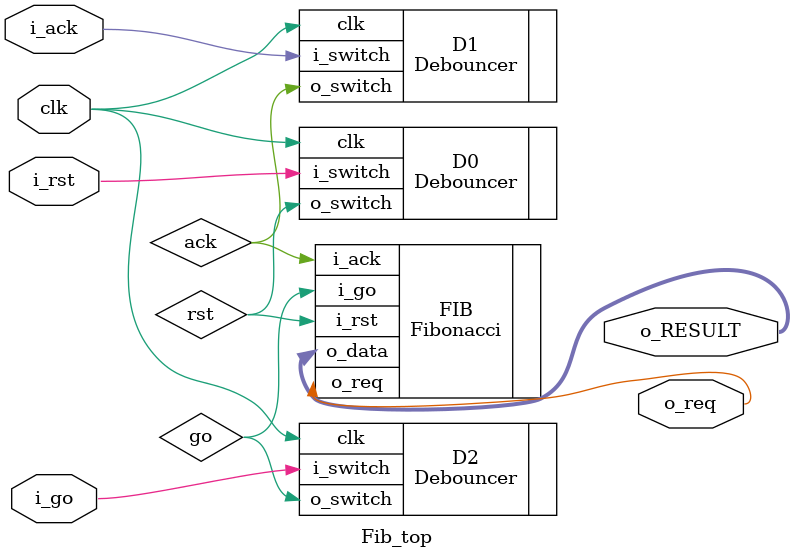
<source format=sv>
module Fib_top 
(
    input clk, i_rst, i_ack, i_go,
    output o_req,
    output [15:0] o_RESULT
);

wire rst, ack, go;

Fibonacci #(.DATA_WIDTH(15)) FIB (
    .i_rst(rst), .i_go(go), .i_ack(ack),
    .o_req(o_req),
    .o_data(o_RESULT)
);

Debouncer D0 (
    .i_switch(i_rst), .clk(clk),
    .o_switch(rst)
);

Debouncer D1 (
    .i_switch(i_ack), .clk(clk),
    .o_switch(ack)
);


Debouncer D2 (
    .i_switch(i_go), .clk(clk),
    .o_switch(go)
);

endmodule
</source>
